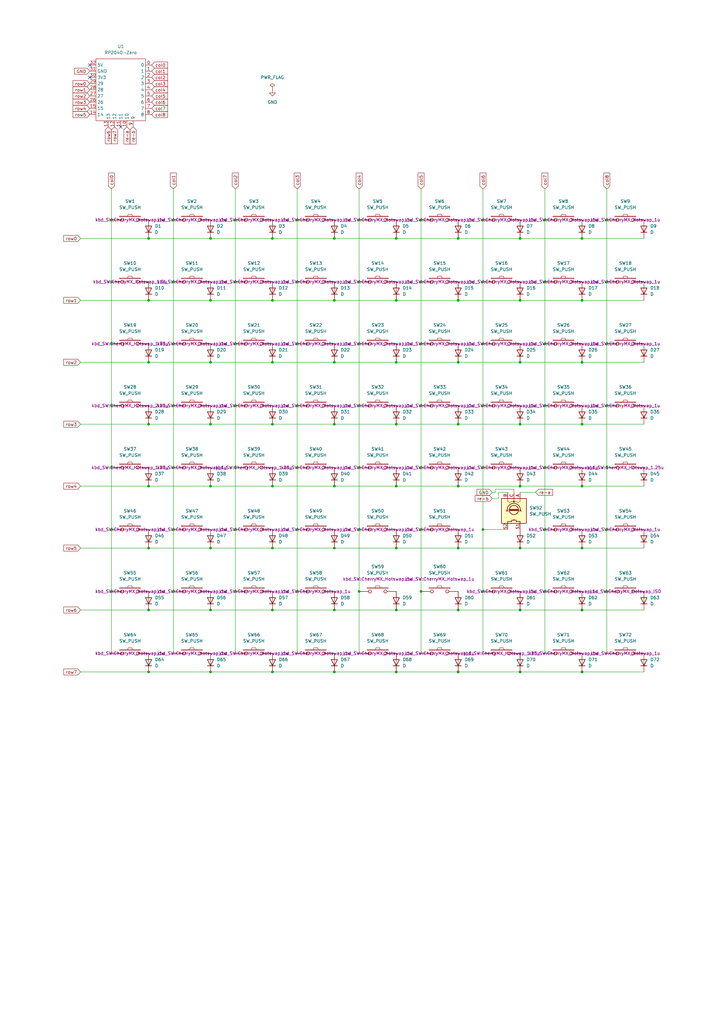
<source format=kicad_sch>
(kicad_sch (version 20231120) (generator "eeschema") (generator_version "8.0")
  (paper "A3" portrait)
  (junction (at 162.56 275.59))
  (junction (at 187.96 123.19))
  (junction (at 71.12 140.97))
  (junction (at 187.96 173.99))
  (junction (at 86.36 97.79))
  (junction (at 96.52 217.17))
  (junction (at 111.76 199.39))
  (junction (at 121.92 115.57))
  (junction (at 172.72 90.17))
  (junction (at 71.12 242.57))
  (junction (at 198.12 191.77))
  (junction (at 60.96 224.79))
  (junction (at 60.96 97.79))
  (junction (at 86.36 199.39))
  (junction (at 187.96 97.79))
  (junction (at 223.52 242.57))
  (junction (at 137.16 199.39))
  (junction (at 111.76 224.79))
  (junction (at 86.36 173.99))
  (junction (at 137.16 173.99))
  (junction (at 137.16 275.59))
  (junction (at 162.56 224.79))
  (junction (at 71.12 115.57))
  (junction (at 162.56 173.99))
  (junction (at 172.72 242.57))
  (junction (at 213.36 123.19))
  (junction (at 147.32 115.57))
  (junction (at 223.52 90.17))
  (junction (at 60.96 148.59))
  (junction (at 60.96 275.59))
  (junction (at 198.12 90.17))
  (junction (at 60.96 173.99))
  (junction (at 111.76 123.19))
  (junction (at 96.52 115.57))
  (junction (at 121.92 90.17))
  (junction (at 213.36 275.59))
  (junction (at 86.36 123.19))
  (junction (at 223.52 115.57))
  (junction (at 111.76 148.59))
  (junction (at 86.36 250.19))
  (junction (at 137.16 148.59))
  (junction (at 238.76 148.59))
  (junction (at 71.12 191.77))
  (junction (at 121.92 166.37))
  (junction (at 162.56 148.59))
  (junction (at 198.12 166.37))
  (junction (at 213.36 199.39))
  (junction (at 60.96 250.19))
  (junction (at 121.92 140.97))
  (junction (at 198.12 115.57))
  (junction (at 121.92 191.77))
  (junction (at 198.12 140.97))
  (junction (at 147.32 191.77))
  (junction (at 96.52 166.37))
  (junction (at 248.92 166.37))
  (junction (at 147.32 217.17))
  (junction (at 238.76 199.39))
  (junction (at 172.72 217.17))
  (junction (at 147.32 242.57))
  (junction (at 172.72 140.97))
  (junction (at 172.72 191.77))
  (junction (at 96.52 242.57))
  (junction (at 187.96 250.19))
  (junction (at 223.52 166.37))
  (junction (at 248.92 217.17))
  (junction (at 248.92 191.77))
  (junction (at 238.76 275.59))
  (junction (at 111.76 275.59))
  (junction (at 223.52 217.17))
  (junction (at 162.56 97.79))
  (junction (at 248.92 115.57))
  (junction (at 86.36 224.79))
  (junction (at 111.76 173.99))
  (junction (at 162.56 250.19))
  (junction (at 137.16 97.79))
  (junction (at 45.72 242.57))
  (junction (at 223.52 191.77))
  (junction (at 45.72 217.17))
  (junction (at 248.92 90.17))
  (junction (at 71.12 90.17))
  (junction (at 45.72 90.17))
  (junction (at 213.36 173.99))
  (junction (at 96.52 140.97))
  (junction (at 187.96 199.39))
  (junction (at 238.76 97.79))
  (junction (at 187.96 275.59))
  (junction (at 71.12 166.37))
  (junction (at 147.32 166.37))
  (junction (at 223.52 140.97))
  (junction (at 121.92 242.57))
  (junction (at 162.56 123.19))
  (junction (at 121.92 217.17))
  (junction (at 45.72 166.37))
  (junction (at 198.12 242.57))
  (junction (at 238.76 224.79))
  (junction (at 238.76 173.99))
  (junction (at 111.76 97.79))
  (junction (at 60.96 199.39))
  (junction (at 248.92 140.97))
  (junction (at 198.12 217.17))
  (junction (at 213.36 148.59))
  (junction (at 86.36 275.59))
  (junction (at 213.36 97.79))
  (junction (at 71.12 217.17))
  (junction (at 137.16 123.19))
  (junction (at 238.76 123.19))
  (junction (at 111.76 250.19))
  (junction (at 172.72 115.57))
  (junction (at 96.52 191.77))
  (junction (at 213.36 224.79))
  (junction (at 147.32 140.97))
  (junction (at 162.56 199.39))
  (junction (at 137.16 224.79))
  (junction (at 187.96 148.59))
  (junction (at 238.76 250.19))
  (junction (at 45.72 191.77))
  (junction (at 248.92 242.57))
  (junction (at 45.72 115.57))
  (junction (at 45.72 140.97))
  (junction (at 137.16 250.19))
  (junction (at 187.96 224.79))
  (junction (at 172.72 166.37))
  (junction (at 96.52 90.17))
  (junction (at 213.36 250.19))
  (junction (at 86.36 148.59))
  (junction (at 147.32 90.17))
  (junction (at 60.96 123.19))
  (no_connect (at 49.53 52.07))
  (no_connect (at 36.83 31.75))
  (no_connect (at 36.83 26.67))
  (wire (pts (xy 147.32 191.77) (xy 147.32 217.17)))
  (wire (pts (xy 111.76 97.79) (xy 137.16 97.79)))
  (wire (pts (xy 60.96 199.39) (xy 86.36 199.39)))
  (wire (pts (xy 121.92 217.17) (xy 121.92 242.57)))
  (wire (pts (xy 86.36 224.79) (xy 111.76 224.79)))
  (wire (pts (xy 204.47 204.47) (xy 204.47 201.93)))
  (wire (pts (xy 210.82 200.66) (xy 210.82 201.93)))
  (wire (pts (xy 238.76 250.19) (xy 264.16 250.19)))
  (wire (pts (xy 137.16 199.39) (xy 162.56 199.39)))
  (wire (pts (xy 172.72 90.17) (xy 172.72 115.57)))
  (wire (pts (xy 86.36 199.39) (xy 111.76 199.39)))
  (wire (pts (xy 96.52 77.47) (xy 96.52 90.17)))
  (wire (pts (xy 172.72 115.57) (xy 172.72 140.97)))
  (wire (pts (xy 147.32 242.57) (xy 147.32 267.97)))
  (wire (pts (xy 223.52 77.47) (xy 223.52 90.17)))
  (wire (pts (xy 137.16 224.79) (xy 162.56 224.79)))
  (wire (pts (xy 147.32 140.97) (xy 147.32 166.37)))
  (wire (pts (xy 172.72 77.47) (xy 172.72 90.17)))
  (wire (pts (xy 213.36 224.79) (xy 238.76 224.79)))
  (wire (pts (xy 147.32 90.17) (xy 147.32 115.57)))
  (wire (pts (xy 162.56 97.79) (xy 187.96 97.79)))
  (wire (pts (xy 121.92 140.97) (xy 121.92 166.37)))
  (wire (pts (xy 172.72 140.97) (xy 172.72 166.37)))
  (wire (pts (xy 213.36 148.59) (xy 238.76 148.59)))
  (wire (pts (xy 147.32 217.17) (xy 147.32 242.57)))
  (wire (pts (xy 137.16 148.59) (xy 162.56 148.59)))
  (wire (pts (xy 96.52 140.97) (xy 96.52 166.37)))
  (wire (pts (xy 201.93 204.47) (xy 204.47 204.47)))
  (wire (pts (xy 60.96 173.99) (xy 86.36 173.99)))
  (wire (pts (xy 223.52 166.37) (xy 223.52 191.77)))
  (wire (pts (xy 96.52 166.37) (xy 96.52 191.77)))
  (wire (pts (xy 198.12 115.57) (xy 198.12 140.97)))
  (wire (pts (xy 96.52 115.57) (xy 96.52 140.97)))
  (wire (pts (xy 71.12 115.57) (xy 71.12 140.97)))
  (wire (pts (xy 111.76 224.79) (xy 137.16 224.79)))
  (wire (pts (xy 248.92 217.17) (xy 248.92 242.57)))
  (wire (pts (xy 71.12 140.97) (xy 71.12 166.37)))
  (wire (pts (xy 187.96 199.39) (xy 213.36 199.39)))
  (wire (pts (xy 203.2 200.66) (xy 210.82 200.66)))
  (wire (pts (xy 238.76 224.79) (xy 264.16 224.79)))
  (wire (pts (xy 60.96 275.59) (xy 86.36 275.59)))
  (wire (pts (xy 204.47 201.93) (xy 208.28 201.93)))
  (wire (pts (xy 187.96 250.19) (xy 213.36 250.19)))
  (wire (pts (xy 60.96 148.59) (xy 86.36 148.59)))
  (wire (pts (xy 223.52 242.57) (xy 223.52 267.97)))
  (wire (pts (xy 121.92 90.17) (xy 121.92 115.57)))
  (wire (pts (xy 162.56 199.39) (xy 187.96 199.39)))
  (wire (pts (xy 33.02 275.59) (xy 60.96 275.59)))
  (wire (pts (xy 187.96 97.79) (xy 213.36 97.79)))
  (wire (pts (xy 45.72 77.47) (xy 45.72 90.17)))
  (wire (pts (xy 223.52 90.17) (xy 223.52 115.57)))
  (wire (pts (xy 45.72 90.17) (xy 45.72 115.57)))
  (wire (pts (xy 33.02 123.19) (xy 60.96 123.19)))
  (wire (pts (xy 121.92 77.47) (xy 121.92 90.17)))
  (wire (pts (xy 111.76 123.19) (xy 137.16 123.19)))
  (wire (pts (xy 111.76 148.59) (xy 137.16 148.59)))
  (wire (pts (xy 60.96 224.79) (xy 86.36 224.79)))
  (wire (pts (xy 147.32 115.57) (xy 147.32 140.97)))
  (wire (pts (xy 121.92 166.37) (xy 121.92 191.77)))
  (wire (pts (xy 86.36 275.59) (xy 111.76 275.59)))
  (wire (pts (xy 86.36 148.59) (xy 111.76 148.59)))
  (wire (pts (xy 203.2 201.93) (xy 203.2 200.66)))
  (wire (pts (xy 33.02 148.59) (xy 60.96 148.59)))
  (wire (pts (xy 248.92 140.97) (xy 248.92 166.37)))
  (wire (pts (xy 248.92 242.57) (xy 248.92 267.97)))
  (wire (pts (xy 187.96 224.79) (xy 213.36 224.79)))
  (wire (pts (xy 198.12 242.57) (xy 198.12 267.97)))
  (wire (pts (xy 162.56 123.19) (xy 187.96 123.19)))
  (wire (pts (xy 33.02 97.79) (xy 60.96 97.79)))
  (wire (pts (xy 71.12 242.57) (xy 71.12 267.97)))
  (wire (pts (xy 137.16 97.79) (xy 162.56 97.79)))
  (wire (pts (xy 137.16 123.19) (xy 162.56 123.19)))
  (wire (pts (xy 60.96 250.19) (xy 86.36 250.19)))
  (wire (pts (xy 172.72 191.77) (xy 172.72 217.17)))
  (wire (pts (xy 172.72 242.57) (xy 172.72 267.97)))
  (wire (pts (xy 198.12 140.97) (xy 198.12 166.37)))
  (wire (pts (xy 198.12 191.77) (xy 198.12 217.17)))
  (wire (pts (xy 198.12 166.37) (xy 198.12 191.77)))
  (wire (pts (xy 223.52 191.77) (xy 223.52 217.17)))
  (wire (pts (xy 86.36 173.99) (xy 111.76 173.99)))
  (wire (pts (xy 198.12 90.17) (xy 198.12 115.57)))
  (wire (pts (xy 238.76 123.19) (xy 264.16 123.19)))
  (wire (pts (xy 60.96 97.79) (xy 86.36 97.79)))
  (wire (pts (xy 187.96 275.59) (xy 213.36 275.59)))
  (wire (pts (xy 213.36 199.39) (xy 238.76 199.39)))
  (wire (pts (xy 86.36 123.19) (xy 111.76 123.19)))
  (wire (pts (xy 213.36 173.99) (xy 238.76 173.99)))
  (wire (pts (xy 121.92 242.57) (xy 121.92 267.97)))
  (wire (pts (xy 238.76 148.59) (xy 264.16 148.59)))
  (wire (pts (xy 198.12 77.47) (xy 198.12 90.17)))
  (wire (pts (xy 223.52 140.97) (xy 223.52 166.37)))
  (wire (pts (xy 71.12 90.17) (xy 71.12 115.57)))
  (wire (pts (xy 213.36 97.79) (xy 238.76 97.79)))
  (wire (pts (xy 96.52 242.57) (xy 96.52 267.97)))
  (wire (pts (xy 111.76 275.59) (xy 137.16 275.59)))
  (wire (pts (xy 45.72 217.17) (xy 45.72 242.57)))
  (wire (pts (xy 45.72 191.77) (xy 45.72 217.17)))
  (wire (pts (xy 198.12 217.17) (xy 198.12 242.57)))
  (wire (pts (xy 137.16 275.59) (xy 162.56 275.59)))
  (wire (pts (xy 162.56 148.59) (xy 187.96 148.59)))
  (wire (pts (xy 86.36 250.19) (xy 111.76 250.19)))
  (wire (pts (xy 33.02 173.99) (xy 60.96 173.99)))
  (wire (pts (xy 96.52 217.17) (xy 96.52 242.57)))
  (wire (pts (xy 147.32 166.37) (xy 147.32 191.77)))
  (wire (pts (xy 187.96 148.59) (xy 213.36 148.59)))
  (wire (pts (xy 248.92 77.47) (xy 248.92 90.17)))
  (wire (pts (xy 71.12 166.37) (xy 71.12 191.77)))
  (wire (pts (xy 33.02 250.19) (xy 60.96 250.19)))
  (wire (pts (xy 162.56 224.79) (xy 187.96 224.79)))
  (wire (pts (xy 213.36 275.59) (xy 238.76 275.59)))
  (wire (pts (xy 147.32 77.47) (xy 147.32 90.17)))
  (wire (pts (xy 248.92 191.77) (xy 248.92 217.17)))
  (wire (pts (xy 198.12 217.17) (xy 208.28 217.17)))
  (wire (pts (xy 187.96 173.99) (xy 213.36 173.99)))
  (wire (pts (xy 111.76 199.39) (xy 137.16 199.39)))
  (wire (pts (xy 213.36 201.93) (xy 219.71 201.93)))
  (wire (pts (xy 238.76 97.79) (xy 264.16 97.79)))
  (wire (pts (xy 33.02 224.79) (xy 60.96 224.79)))
  (wire (pts (xy 33.02 199.39) (xy 60.96 199.39)))
  (wire (pts (xy 213.36 123.19) (xy 238.76 123.19)))
  (wire (pts (xy 60.96 123.19) (xy 86.36 123.19)))
  (wire (pts (xy 86.36 97.79) (xy 111.76 97.79)))
  (wire (pts (xy 96.52 90.17) (xy 96.52 115.57)))
  (wire (pts (xy 172.72 166.37) (xy 172.72 191.77)))
  (wire (pts (xy 238.76 199.39) (xy 264.16 199.39)))
  (wire (pts (xy 162.56 173.99) (xy 187.96 173.99)))
  (wire (pts (xy 248.92 166.37) (xy 248.92 191.77)))
  (wire (pts (xy 45.72 140.97) (xy 45.72 166.37)))
  (wire (pts (xy 238.76 275.59) (xy 264.16 275.59)))
  (wire (pts (xy 45.72 166.37) (xy 45.72 191.77)))
  (wire (pts (xy 162.56 250.19) (xy 187.96 250.19)))
  (wire (pts (xy 71.12 191.77) (xy 71.12 217.17)))
  (wire (pts (xy 172.72 217.17) (xy 172.72 242.57)))
  (wire (pts (xy 45.72 115.57) (xy 45.72 140.97)))
  (wire (pts (xy 248.92 115.57) (xy 248.92 140.97)))
  (wire (pts (xy 162.56 275.59) (xy 187.96 275.59)))
  (wire (pts (xy 71.12 77.47) (xy 71.12 90.17)))
  (wire (pts (xy 45.72 242.57) (xy 45.72 267.97)))
  (wire (pts (xy 248.92 90.17) (xy 248.92 115.57)))
  (wire (pts (xy 121.92 191.77) (xy 121.92 217.17)))
  (wire (pts (xy 111.76 173.99) (xy 137.16 173.99)))
  (wire (pts (xy 223.52 115.57) (xy 223.52 140.97)))
  (wire (pts (xy 187.96 123.19) (xy 213.36 123.19)))
  (wire (pts (xy 71.12 217.17) (xy 71.12 242.57)))
  (wire (pts (xy 238.76 173.99) (xy 264.16 173.99)))
  (wire (pts (xy 201.93 201.93) (xy 203.2 201.93)))
  (wire (pts (xy 223.52 217.17) (xy 223.52 242.57)))
  (wire (pts (xy 121.92 115.57) (xy 121.92 140.97)))
  (wire (pts (xy 96.52 191.77) (xy 96.52 217.17)))
  (wire (pts (xy 213.36 250.19) (xy 238.76 250.19)))
  (wire (pts (xy 137.16 173.99) (xy 162.56 173.99)))
  (wire (pts (xy 111.76 250.19) (xy 137.16 250.19)))
  (wire (pts (xy 137.16 250.19) (xy 162.56 250.19)))
  (global_label "row6" (shape input) (at 44.45 52.07 270) (property "Intersheetrefs" "${INTERSHEET_REFS}" (effects (hide yes))))
  (global_label "row3" (shape input) (at 33.02 173.99 180) (property "Intersheetrefs" "${INTERSHEET_REFS}" (effects (hide yes))))
  (global_label "col4" (shape input) (at 62.23 36.83 0) (property "Intersheetrefs" "${INTERSHEET_REFS}" (effects (hide yes))))
  (global_label "col5" (shape input) (at 172.72 77.47 90) (property "Intersheetrefs" "${INTERSHEET_REFS}" (effects (hide yes))))
  (global_label "row4" (shape input) (at 36.83 44.45 180) (property "Intersheetrefs" "${INTERSHEET_REFS}" (effects (hide yes))))
  (global_label "col6" (shape input) (at 62.23 41.91 0) (property "Intersheetrefs" "${INTERSHEET_REFS}" (effects (hide yes))))
  (global_label "row0" (shape input) (at 33.02 97.79 180) (property "Intersheetrefs" "${INTERSHEET_REFS}" (effects (hide yes))))
  (global_label "col1" (shape input) (at 71.12 77.47 90) (property "Intersheetrefs" "${INTERSHEET_REFS}" (effects (hide yes))))
  (global_label "row2" (shape input) (at 33.02 148.59 180) (property "Intersheetrefs" "${INTERSHEET_REFS}" (effects (hide yes))))
  (global_label "col0" (shape input) (at 45.72 77.47 90) (property "Intersheetrefs" "${INTERSHEET_REFS}" (effects (hide yes))))
  (global_label "col5" (shape input) (at 62.23 39.37 0) (property "Intersheetrefs" "${INTERSHEET_REFS}" (effects (hide yes))))
  (global_label "row7" (shape input) (at 46.99 52.07 270) (property "Intersheetrefs" "${INTERSHEET_REFS}" (effects (hide yes))))
  (global_label "col0" (shape input) (at 62.23 26.67 0) (property "Intersheetrefs" "${INTERSHEET_REFS}" (effects (hide yes))))
  (global_label "GND" (shape input) (at 36.83 29.21 180) (property "Intersheetrefs" "${INTERSHEET_REFS}" (effects (hide yes))))
  (global_label "col8" (shape input) (at 248.92 77.47 90) (property "Intersheetrefs" "${INTERSHEET_REFS}" (effects (hide yes))))
  (global_label "col1" (shape input) (at 62.23 29.21 0) (property "Intersheetrefs" "${INTERSHEET_REFS}" (effects (hide yes))))
  (global_label "col8" (shape input) (at 62.23 46.99 0) (property "Intersheetrefs" "${INTERSHEET_REFS}" (effects (hide yes))))
  (global_label "row6" (shape input) (at 33.02 250.19 180) (property "Intersheetrefs" "${INTERSHEET_REFS}" (effects (hide yes))))
  (global_label "row3" (shape input) (at 36.83 41.91 180) (property "Intersheetrefs" "${INTERSHEET_REFS}" (effects (hide yes))))
  (global_label "row0" (shape input) (at 36.83 34.29 180) (property "Intersheetrefs" "${INTERSHEET_REFS}" (effects (hide yes))))
  (global_label "re-a" (shape input) (at 52.07 52.07 270) (property "Intersheetrefs" "${INTERSHEET_REFS}" (effects (hide yes))))
  (global_label "col2" (shape input) (at 62.23 31.75 0) (property "Intersheetrefs" "${INTERSHEET_REFS}" (effects (hide yes))))
  (global_label "col4" (shape input) (at 147.32 77.47 90) (property "Intersheetrefs" "${INTERSHEET_REFS}" (effects (hide yes))))
  (global_label "re-a" (shape input) (at 219.71 201.93 0) (property "Intersheetrefs" "${INTERSHEET_REFS}" (effects (hide yes))))
  (global_label "row5" (shape input) (at 36.83 46.99 180) (property "Intersheetrefs" "${INTERSHEET_REFS}" (effects (hide yes))))
  (global_label "row2" (shape input) (at 36.83 39.37 180) (property "Intersheetrefs" "${INTERSHEET_REFS}" (effects (hide yes))))
  (global_label "row4" (shape input) (at 33.02 199.39 180) (property "Intersheetrefs" "${INTERSHEET_REFS}" (effects (hide yes))))
  (global_label "row1" (shape input) (at 33.02 123.19 180) (property "Intersheetrefs" "${INTERSHEET_REFS}" (effects (hide yes))))
  (global_label "col7" (shape input) (at 223.52 77.47 90) (property "Intersheetrefs" "${INTERSHEET_REFS}" (effects (hide yes))))
  (global_label "col6" (shape input) (at 198.12 77.47 90) (property "Intersheetrefs" "${INTERSHEET_REFS}" (effects (hide yes))))
  (global_label "col3" (shape input) (at 121.92 77.47 90) (property "Intersheetrefs" "${INTERSHEET_REFS}" (effects (hide yes))))
  (global_label "col2" (shape input) (at 96.52 77.47 90) (property "Intersheetrefs" "${INTERSHEET_REFS}" (effects (hide yes))))
  (global_label "re-b" (shape input) (at 54.61 52.07 270) (property "Intersheetrefs" "${INTERSHEET_REFS}" (effects (hide yes))))
  (global_label "row1" (shape input) (at 36.83 36.83 180) (property "Intersheetrefs" "${INTERSHEET_REFS}" (effects (hide yes))))
  (global_label "GND" (shape input) (at 201.93 201.93 180) (property "Intersheetrefs" "${INTERSHEET_REFS}" (effects (hide yes))))
  (global_label "re-b" (shape input) (at 201.93 204.47 180) (property "Intersheetrefs" "${INTERSHEET_REFS}" (effects (hide yes))))
  (global_label "col7" (shape input) (at 62.23 44.45 0) (property "Intersheetrefs" "${INTERSHEET_REFS}" (effects (hide yes))))
  (global_label "row7" (shape input) (at 33.02 275.59 180) (property "Intersheetrefs" "${INTERSHEET_REFS}" (effects (hide yes))))
  (global_label "row5" (shape input) (at 33.02 224.79 180) (property "Intersheetrefs" "${INTERSHEET_REFS}" (effects (hide yes))))
  (global_label "col3" (shape input) (at 62.23 34.29 0) (property "Intersheetrefs" "${INTERSHEET_REFS}" (effects (hide yes))))
  (symbol (lib_id "kbd:SW_PUSH") (at 180.34 115.57 0) (unit 1)
    (property "Reference" "SW15" (at 180.34 107.95 0))
    (property "Value" "SW_PUSH" (at 180.34 110.49 0))
    (property "Footprint" "kbd_SW:CherryMX_Hotswap_1u" (at 180.34 115.57 0))
  )
  (symbol (lib_id "Device:D") (at 187.96 220.98 90) (unit 1)
    (property "Reference" "D51" (at 190.5 219.7099 90) (effects (justify right)))
    (property "Value" "D" (at 190.5 222.2499 90) (effects (justify right)))
    (property "Footprint" "kbd_Parts:Diode_TH_SMD" (effects (hide yes)))
    (property "Description" "Diode" (effects (hide yes)))
    (property "Sim.Device" "D" (effects (hide yes)))
    (property "Sim.Pins" "1=K 2=A" (effects (hide yes)))
  )
  (symbol (lib_id "kbd:SW_PUSH") (at 104.14 166.37 0) (unit 1)
    (property "Reference" "SW30" (at 104.14 158.75 0))
    (property "Value" "SW_PUSH" (at 104.14 161.29 0))
    (property "Footprint" "kbd_SW:CherryMX_Hotswap_1u" (at 104.14 166.37 0))
  )
  (symbol (lib_id "kbd:SW_PUSH") (at 180.34 166.37 0) (unit 1)
    (property "Reference" "SW33" (at 180.34 158.75 0))
    (property "Value" "SW_PUSH" (at 180.34 161.29 0))
    (property "Footprint" "kbd_SW:CherryMX_Hotswap_1u" (at 180.34 166.37 0))
  )
  (symbol (lib_id "kbd:SW_PUSH") (at 53.34 242.57 0) (unit 1)
    (property "Reference" "SW55" (at 53.34 234.95 0))
    (property "Value" "SW_PUSH" (at 53.34 237.49 0))
    (property "Footprint" "kbd_SW:CherryMX_Hotswap_1u" (at 53.34 242.57 0))
  )
  (symbol (lib_id "Device:D") (at 162.56 144.78 90) (unit 1)
    (property "Reference" "D23" (at 165.1 143.5099 90) (effects (justify right)))
    (property "Value" "D" (at 165.1 146.0499 90) (effects (justify right)))
    (property "Footprint" "kbd_Parts:Diode_TH_SMD" (effects (hide yes)))
    (property "Description" "Diode" (effects (hide yes)))
    (property "Sim.Device" "D" (effects (hide yes)))
    (property "Sim.Pins" "1=K 2=A" (effects (hide yes)))
  )
  (symbol (lib_id "Device:D") (at 238.76 144.78 90) (unit 1)
    (property "Reference" "D26" (at 241.3 143.5099 90) (effects (justify right)))
    (property "Value" "D" (at 241.3 146.0499 90) (effects (justify right)))
    (property "Footprint" "kbd_Parts:Diode_TH_SMD" (effects (hide yes)))
    (property "Description" "Diode" (effects (hide yes)))
    (property "Sim.Device" "D" (effects (hide yes)))
    (property "Sim.Pins" "1=K 2=A" (effects (hide yes)))
  )
  (symbol (lib_id "Device:D") (at 213.36 93.98 90) (unit 1)
    (property "Reference" "D7" (at 215.9 92.7099 90) (effects (justify right)))
    (property "Value" "D" (at 215.9 95.2499 90) (effects (justify right)))
    (property "Footprint" "kbd_Parts:Diode_TH_SMD" (effects (hide yes)))
    (property "Description" "Diode" (effects (hide yes)))
    (property "Sim.Device" "D" (effects (hide yes)))
    (property "Sim.Pins" "1=K 2=A" (effects (hide yes)))
  )
  (symbol (lib_id "kbd:SW_PUSH") (at 53.34 140.97 0) (unit 1)
    (property "Reference" "SW19" (at 53.34 133.35 0))
    (property "Value" "SW_PUSH" (at 53.34 135.89 0))
    (property "Footprint" "kbd_SW:CherryMX_Hotswap_1.75u" (at 53.34 140.97 0))
  )
  (symbol (lib_id "Device:D") (at 264.16 246.38 90) (unit 1)
    (property "Reference" "D63" (at 266.7 245.1099 90) (effects (justify right)))
    (property "Value" "D" (at 266.7 247.6499 90) (effects (justify right)))
    (property "Footprint" "kbd_Parts:Diode_TH_SMD" (effects (hide yes)))
    (property "Description" "Diode" (effects (hide yes)))
    (property "Sim.Device" "D" (effects (hide yes)))
    (property "Sim.Pins" "1=K 2=A" (effects (hide yes)))
  )
  (symbol (lib_id "kbd:SW_PUSH") (at 256.54 90.17 0) (unit 1)
    (property "Reference" "SW9" (at 256.54 82.55 0))
    (property "Value" "SW_PUSH" (at 256.54 85.09 0))
    (property "Footprint" "kbd_SW:CherryMX_Hotswap_1u" (at 256.54 90.17 0))
  )
  (symbol (lib_id "kbd:SW_PUSH") (at 104.14 242.57 0) (unit 1)
    (property "Reference" "SW57" (at 104.14 234.95 0))
    (property "Value" "SW_PUSH" (at 104.14 237.49 0))
    (property "Footprint" "kbd_SW:CherryMX_Hotswap_1u" (at 104.14 242.57 0))
  )
  (symbol (lib_id "kbd:SW_PUSH") (at 231.14 191.77 0) (unit 1)
    (property "Reference" "SW44" (at 231.14 184.15 0))
    (property "Value" "SW_PUSH" (at 231.14 186.69 0))
    (property "Footprint" "kbd_SW:CherryMX_Hotswap_1u" (at 231.14 191.77 0))
  )
  (symbol (lib_id "kbd:SW_PUSH") (at 180.34 267.97 0) (unit 1)
    (property "Reference" "SW69" (at 180.34 260.35 0))
    (property "Value" "SW_PUSH" (at 180.34 262.89 0))
    (property "Footprint" "kbd_SW:CherryMX_Hotswap_1u" (at 180.34 267.97 0))
  )
  (symbol (lib_id "kbd:SW_PUSH") (at 231.14 242.57 0) (unit 1)
    (property "Reference" "SW62" (at 231.14 234.95 0))
    (property "Value" "SW_PUSH" (at 231.14 237.49 0))
    (property "Footprint" "kbd_SW:CherryMX_Hotswap_1u" (at 231.14 242.57 0))
  )
  (symbol (lib_id "Device:D") (at 213.36 170.18 90) (unit 1)
    (property "Reference" "D34" (at 215.9 168.9099 90) (effects (justify right)))
    (property "Value" "D" (at 215.9 171.4499 90) (effects (justify right)))
    (property "Footprint" "kbd_Parts:Diode_TH_SMD" (effects (hide yes)))
    (property "Description" "Diode" (effects (hide yes)))
    (property "Sim.Device" "D" (effects (hide yes)))
    (property "Sim.Pins" "1=K 2=A" (effects (hide yes)))
  )
  (symbol (lib_id "Device:D") (at 111.76 220.98 90) (unit 1)
    (property "Reference" "D48" (at 114.3 219.7099 90) (effects (justify right)))
    (property "Value" "D" (at 114.3 222.2499 90) (effects (justify right)))
    (property "Footprint" "kbd_Parts:Diode_TH_SMD" (effects (hide yes)))
    (property "Description" "Diode" (effects (hide yes)))
    (property "Sim.Device" "D" (effects (hide yes)))
    (property "Sim.Pins" "1=K 2=A" (effects (hide yes)))
  )
  (symbol (lib_id "kbd:SW_PUSH") (at 104.14 191.77 0) (unit 1)
    (property "Reference" "SW39" (at 104.14 184.15 0))
    (property "Value" "SW_PUSH" (at 104.14 186.69 0))
    (property "Footprint" "kbd_SW:CherryMX_Hotswap_1.25u" (at 104.14 191.77 0))
  )
  (symbol (lib_id "Device:D") (at 86.36 144.78 90) (unit 1)
    (property "Reference" "D20" (at 88.9 143.5099 90) (effects (justify right)))
    (property "Value" "D" (at 88.9 146.0499 90) (effects (justify right)))
    (property "Footprint" "kbd_Parts:Diode_TH_SMD" (effects (hide yes)))
    (property "Description" "Diode" (effects (hide yes)))
    (property "Sim.Device" "D" (effects (hide yes)))
    (property "Sim.Pins" "1=K 2=A" (effects (hide yes)))
  )
  (symbol (lib_id "kbd:SW_PUSH") (at 104.14 115.57 0) (unit 1)
    (property "Reference" "SW12" (at 104.14 107.95 0))
    (property "Value" "SW_PUSH" (at 104.14 110.49 0))
    (property "Footprint" "kbd_SW:CherryMX_Hotswap_1u" (at 104.14 115.57 0))
  )
  (symbol (lib_id "isw-mcu:RP2040-Zero") (at 49.53 36.83 0) (unit 1)
    (property "Reference" "U1" (at 49.53 19.05 0))
    (property "Value" "RP2040-Zero" (at 49.53 21.59 0))
    (property "Footprint" "isw-kbd:RP2040-Zero-THT" (effects (hide yes)))
  )
  (symbol (lib_id "Device:D") (at 111.76 119.38 90) (unit 1)
    (property "Reference" "D12" (at 114.3 118.1099 90) (effects (justify right)))
    (property "Value" "D" (at 114.3 120.6499 90) (effects (justify right)))
    (property "Footprint" "kbd_Parts:Diode_TH_SMD" (effects (hide yes)))
    (property "Description" "Diode" (effects (hide yes)))
    (property "Sim.Device" "D" (effects (hide yes)))
    (property "Sim.Pins" "1=K 2=A" (effects (hide yes)))
  )
  (symbol (lib_id "kbd:SW_PUSH") (at 53.34 191.77 0) (unit 1)
    (property "Reference" "SW37" (at 53.34 184.15 0))
    (property "Value" "SW_PUSH" (at 53.34 186.69 0))
    (property "Footprint" "kbd_SW:CherryMX_Hotswap_1.25u" (at 53.34 191.77 0))
  )
  (symbol (lib_id "kbd:SW_PUSH") (at 154.94 90.17 0) (unit 1)
    (property "Reference" "SW5" (at 154.94 82.55 0))
    (property "Value" "SW_PUSH" (at 154.94 85.09 0))
    (property "Footprint" "kbd_SW:CherryMX_Hotswap_1u" (at 154.94 90.17 0))
  )
  (symbol (lib_id "kbd:SW_PUSH") (at 256.54 191.77 0) (unit 1)
    (property "Reference" "SW45" (at 256.54 184.15 0))
    (property "Value" "SW_PUSH" (at 256.54 186.69 0))
    (property "Footprint" "kbd_SW:CherryMX_Hotswap_1.25u" (at 256.54 191.77 0))
  )
  (symbol (lib_id "Device:D") (at 264.16 271.78 90) (unit 1)
    (property "Reference" "D72" (at 266.7 270.5099 90) (effects (justify right)))
    (property "Value" "D" (at 266.7 273.0499 90) (effects (justify right)))
    (property "Footprint" "kbd_Parts:Diode_TH_SMD" (effects (hide yes)))
    (property "Description" "Diode" (effects (hide yes)))
    (property "Sim.Device" "D" (effects (hide yes)))
    (property "Sim.Pins" "1=K 2=A" (effects (hide yes)))
  )
  (symbol (lib_id "Device:D") (at 162.56 195.58 90) (unit 1)
    (property "Reference" "D41" (at 165.1 194.3099 90) (effects (justify right)))
    (property "Value" "D" (at 165.1 196.8499 90) (effects (justify right)))
    (property "Footprint" "kbd_Parts:Diode_TH_SMD" (effects (hide yes)))
    (property "Description" "Diode" (effects (hide yes)))
    (property "Sim.Device" "D" (effects (hide yes)))
    (property "Sim.Pins" "1=K 2=A" (effects (hide yes)))
  )
  (symbol (lib_id "kbd:SW_PUSH") (at 78.74 191.77 0) (unit 1)
    (property "Reference" "SW38" (at 78.74 184.15 0))
    (property "Value" "SW_PUSH" (at 78.74 186.69 0))
    (property "Footprint" "kbd_SW:CherryMX_Hotswap_1u" (at 78.74 191.77 0))
  )
  (symbol (lib_id "Device:D") (at 137.16 119.38 90) (unit 1)
    (property "Reference" "D13" (at 139.7 118.1099 90) (effects (justify right)))
    (property "Value" "D" (at 139.7 120.6499 90) (effects (justify right)))
    (property "Footprint" "kbd_Parts:Diode_TH_SMD" (effects (hide yes)))
    (property "Description" "Diode" (effects (hide yes)))
    (property "Sim.Device" "D" (effects (hide yes)))
    (property "Sim.Pins" "1=K 2=A" (effects (hide yes)))
  )
  (symbol (lib_id "kbd:SW_PUSH") (at 154.94 166.37 0) (unit 1)
    (property "Reference" "SW32" (at 154.94 158.75 0))
    (property "Value" "SW_PUSH" (at 154.94 161.29 0))
    (property "Footprint" "kbd_SW:CherryMX_Hotswap_1u" (at 154.94 166.37 0))
  )
  (symbol (lib_id "kbd:SW_PUSH") (at 205.74 140.97 0) (unit 1)
    (property "Reference" "SW25" (at 205.74 133.35 0))
    (property "Value" "SW_PUSH" (at 205.74 135.89 0))
    (property "Footprint" "kbd_SW:CherryMX_Hotswap_1u" (at 205.74 140.97 0))
  )
  (symbol (lib_id "Device:D") (at 264.16 195.58 90) (unit 1)
    (property "Reference" "D45" (at 266.7 194.3099 90) (effects (justify right)))
    (property "Value" "D" (at 266.7 196.8499 90) (effects (justify right)))
    (property "Footprint" "kbd_Parts:Diode_TH_SMD" (effects (hide yes)))
    (property "Description" "Diode" (effects (hide yes)))
    (property "Sim.Device" "D" (effects (hide yes)))
    (property "Sim.Pins" "1=K 2=A" (effects (hide yes)))
  )
  (symbol (lib_id "kbd:SW_PUSH") (at 231.14 166.37 0) (unit 1)
    (property "Reference" "SW35" (at 231.14 158.75 0))
    (property "Value" "SW_PUSH" (at 231.14 161.29 0))
    (property "Footprint" "kbd_SW:CherryMX_Hotswap_1u" (at 231.14 166.37 0))
  )
  (symbol (lib_id "Device:D") (at 60.96 93.98 90) (unit 1)
    (property "Reference" "D1" (at 63.5 92.7099 90) (effects (justify right)))
    (property "Value" "D" (at 63.5 95.2499 90) (effects (justify right)))
    (property "Footprint" "kbd_Parts:Diode_TH_SMD" (effects (hide yes)))
    (property "Description" "Diode" (effects (hide yes)))
    (property "Sim.Device" "D" (effects (hide yes)))
    (property "Sim.Pins" "1=K 2=A" (effects (hide yes)))
  )
  (symbol (lib_id "kbd:SW_PUSH") (at 231.14 217.17 0) (unit 1)
    (property "Reference" "SW53" (at 231.14 209.55 0))
    (property "Value" "SW_PUSH" (at 231.14 212.09 0))
    (property "Footprint" "kbd_SW:CherryMX_Hotswap_1u" (at 231.14 217.17 0))
  )
  (symbol (lib_id "Device:D") (at 86.36 246.38 90) (unit 1)
    (property "Reference" "D56" (at 88.9 245.1099 90) (effects (justify right)))
    (property "Value" "D" (at 88.9 247.6499 90) (effects (justify right)))
    (property "Footprint" "kbd_Parts:Diode_TH_SMD" (effects (hide yes)))
    (property "Description" "Diode" (effects (hide yes)))
    (property "Sim.Device" "D" (effects (hide yes)))
    (property "Sim.Pins" "1=K 2=A" (effects (hide yes)))
  )
  (symbol (lib_id "kbd:SW_PUSH") (at 53.34 115.57 0) (unit 1)
    (property "Reference" "SW10" (at 53.34 107.95 0))
    (property "Value" "SW_PUSH" (at 53.34 110.49 0))
    (property "Footprint" "kbd_SW:CherryMX_Hotswap_1.5u" (at 53.34 115.57 0))
  )
  (symbol (lib_id "kbd:SW_PUSH") (at 205.74 267.97 0) (unit 1)
    (property "Reference" "SW70" (at 205.74 260.35 0))
    (property "Value" "SW_PUSH" (at 205.74 262.89 0))
    (property "Footprint" "kbd_SW:CherryMX_Hotswap_1.25u" (at 205.74 267.97 0))
  )
  (symbol (lib_id "Device:D") (at 238.76 170.18 90) (unit 1)
    (property "Reference" "D35" (at 241.3 168.9099 90) (effects (justify right)))
    (property "Value" "D" (at 241.3 171.4499 90) (effects (justify right)))
    (property "Footprint" "kbd_Parts:Diode_TH_SMD" (effects (hide yes)))
    (property "Description" "Diode" (effects (hide yes)))
    (property "Sim.Device" "D" (effects (hide yes)))
    (property "Sim.Pins" "1=K 2=A" (effects (hide yes)))
  )
  (symbol (lib_id "kbd:SW_PUSH") (at 78.74 242.57 0) (unit 1)
    (property "Reference" "SW56" (at 78.74 234.95 0))
    (property "Value" "SW_PUSH" (at 78.74 237.49 0))
    (property "Footprint" "kbd_SW:CherryMX_Hotswap_1u" (at 78.74 242.57 0))
  )
  (symbol (lib_id "kbd:SW_PUSH") (at 180.34 191.77 0) (unit 1)
    (property "Reference" "SW42" (at 180.34 184.15 0))
    (property "Value" "SW_PUSH" (at 180.34 186.69 0))
    (property "Footprint" "kbd_SW:CherryMX_Hotswap_1u" (at 180.34 191.77 0))
  )
  (symbol (lib_id "kbd:SW_PUSH") (at 129.54 166.37 0) (unit 1)
    (property "Reference" "SW31" (at 129.54 158.75 0))
    (property "Value" "SW_PUSH" (at 129.54 161.29 0))
    (property "Footprint" "kbd_SW:CherryMX_Hotswap_1u" (at 129.54 166.37 0))
  )
  (symbol (lib_id "kbd:SW_PUSH") (at 129.54 140.97 0) (unit 1)
    (property "Reference" "SW22" (at 129.54 133.35 0))
    (property "Value" "SW_PUSH" (at 129.54 135.89 0))
    (property "Footprint" "kbd_SW:CherryMX_Hotswap_1u" (at 129.54 140.97 0))
  )
  (symbol (lib_id "Device:D") (at 60.96 246.38 90) (unit 1)
    (property "Reference" "D55" (at 63.5 245.1099 90) (effects (justify right)))
    (property "Value" "D" (at 63.5 247.6499 90) (effects (justify right)))
    (property "Footprint" "kbd_Parts:Diode_TH_SMD" (effects (hide yes)))
    (property "Description" "Diode" (effects (hide yes)))
    (property "Sim.Device" "D" (effects (hide yes)))
    (property "Sim.Pins" "1=K 2=A" (effects (hide yes)))
  )
  (symbol (lib_id "kbd:SW_PUSH") (at 231.14 267.97 0) (unit 1)
    (property "Reference" "SW71" (at 231.14 260.35 0))
    (property "Value" "SW_PUSH" (at 231.14 262.89 0))
    (property "Footprint" "kbd_SW:CherryMX_Hotswap_1u" (at 231.14 267.97 0))
  )
  (symbol (lib_id "Device:D") (at 111.76 170.18 90) (unit 1)
    (property "Reference" "D30" (at 114.3 168.9099 90) (effects (justify right)))
    (property "Value" "D" (at 114.3 171.4499 90) (effects (justify right)))
    (property "Footprint" "kbd_Parts:Diode_TH_SMD" (effects (hide yes)))
    (property "Description" "Diode" (effects (hide yes)))
    (property "Sim.Device" "D" (effects (hide yes)))
    (property "Sim.Pins" "1=K 2=A" (effects (hide yes)))
  )
  (symbol (lib_id "Device:RotaryEncoder_Switch") (at 210.82 209.55 270) (unit 1)
    (property "Reference" "SW52" (at 217.17 208.2799 90) (effects (justify left)))
    (property "Value" "SW_PUSH" (at 217.17 210.8199 90) (effects (justify left)))
    (property "Footprint" "kbd_Parts:RotaryEncoder_EC12E" (effects (hide yes)))
    (property "Description" "Rotary encoder, dual channel, incremental quadrate outputs, with switch" (effects (hide yes)))
  )
  (symbol (lib_id "kbd:SW_PUSH") (at 129.54 242.57 0) (unit 1)
    (property "Reference" "SW58" (at 129.54 234.95 0))
    (property "Value" "SW_PUSH" (at 129.54 237.49 0))
    (property "Footprint" "kbd_SW:CherryMX_Hotswap_1u" (at 129.54 242.57 0))
  )
  (symbol (lib_id "kbd:SW_PUSH") (at 104.14 267.97 0) (unit 1)
    (property "Reference" "SW66" (at 104.14 260.35 0))
    (property "Value" "SW_PUSH" (at 104.14 262.89 0))
    (property "Footprint" "kbd_SW:CherryMX_Hotswap_1u" (at 104.14 267.97 0))
  )
  (symbol (lib_id "kbd:SW_PUSH") (at 104.14 140.97 0) (unit 1)
    (property "Reference" "SW21" (at 104.14 133.35 0))
    (property "Value" "SW_PUSH" (at 104.14 135.89 0))
    (property "Footprint" "kbd_SW:CherryMX_Hotswap_1u" (at 104.14 140.97 0))
  )
  (symbol (lib_id "Device:D") (at 60.96 271.78 90) (unit 1)
    (property "Reference" "D64" (at 63.5 270.5099 90) (effects (justify right)))
    (property "Value" "D" (at 63.5 273.0499 90) (effects (justify right)))
    (property "Footprint" "kbd_Parts:Diode_TH_SMD" (effects (hide yes)))
    (property "Description" "Diode" (effects (hide yes)))
    (property "Sim.Device" "D" (effects (hide yes)))
    (property "Sim.Pins" "1=K 2=A" (effects (hide yes)))
  )
  (symbol (lib_id "Device:D") (at 86.36 119.38 90) (unit 1)
    (property "Reference" "D11" (at 88.9 118.1099 90) (effects (justify right)))
    (property "Value" "D" (at 88.9 120.6499 90) (effects (justify right)))
    (property "Footprint" "kbd_Parts:Diode_TH_SMD" (effects (hide yes)))
    (property "Description" "Diode" (effects (hide yes)))
    (property "Sim.Device" "D" (effects (hide yes)))
    (property "Sim.Pins" "1=K 2=A" (effects (hide yes)))
  )
  (symbol (lib_id "kbd:SW_PUSH") (at 53.34 166.37 0) (unit 1)
    (property "Reference" "SW28" (at 53.34 158.75 0))
    (property "Value" "SW_PUSH" (at 53.34 161.29 0))
    (property "Footprint" "kbd_SW:CherryMX_Hotswap_2.25u" (at 53.34 166.37 0))
  )
  (symbol (lib_id "kbd:SW_PUSH") (at 231.14 90.17 0) (unit 1)
    (property "Reference" "SW8" (at 231.14 82.55 0))
    (property "Value" "SW_PUSH" (at 231.14 85.09 0))
    (property "Footprint" "kbd_SW:CherryMX_Hotswap_1u" (at 231.14 90.17 0))
  )
  (symbol (lib_id "Device:D") (at 60.96 195.58 90) (unit 1)
    (property "Reference" "D37" (at 63.5 194.3099 90) (effects (justify right)))
    (property "Value" "D" (at 63.5 196.8499 90) (effects (justify right)))
    (property "Footprint" "kbd_Parts:Diode_TH_SMD" (effects (hide yes)))
    (property "Description" "Diode" (effects (hide yes)))
    (property "Sim.Device" "D" (effects (hide yes)))
    (property "Sim.Pins" "1=K 2=A" (effects (hide yes)))
  )
  (symbol (lib_id "Device:D") (at 187.96 144.78 90) (unit 1)
    (property "Reference" "D24" (at 190.5 143.5099 90) (effects (justify right)))
    (property "Value" "D" (at 190.5 146.0499 90) (effects (justify right)))
    (property "Footprint" "kbd_Parts:Diode_TH_SMD" (effects (hide yes)))
    (property "Description" "Diode" (effects (hide yes)))
    (property "Sim.Device" "D" (effects (hide yes)))
    (property "Sim.Pins" "1=K 2=A" (effects (hide yes)))
  )
  (symbol (lib_id "Device:D") (at 187.96 271.78 90) (unit 1)
    (property "Reference" "D69" (at 190.5 270.5099 90) (effects (justify right)))
    (property "Value" "D" (at 190.5 273.0499 90) (effects (justify right)))
    (property "Footprint" "kbd_Parts:Diode_TH_SMD" (effects (hide yes)))
    (property "Description" "Diode" (effects (hide yes)))
    (property "Sim.Device" "D" (effects (hide yes)))
    (property "Sim.Pins" "1=K 2=A" (effects (hide yes)))
  )
  (symbol (lib_id "kbd:SW_PUSH") (at 205.74 166.37 0) (unit 1)
    (property "Reference" "SW34" (at 205.74 158.75 0))
    (property "Value" "SW_PUSH" (at 205.74 161.29 0))
    (property "Footprint" "kbd_SW:CherryMX_Hotswap_1u" (at 205.74 166.37 0))
  )
  (symbol (lib_id "kbd:SW_PUSH") (at 53.34 267.97 0) (unit 1)
    (property "Reference" "SW64" (at 53.34 260.35 0))
    (property "Value" "SW_PUSH" (at 53.34 262.89 0))
    (property "Footprint" "kbd_SW:CherryMX_Hotswap_1u" (at 53.34 267.97 0))
  )
  (symbol (lib_id "Device:D") (at 238.76 271.78 90) (unit 1)
    (property "Reference" "D71" (at 241.3 270.5099 90) (effects (justify right)))
    (property "Value" "D" (at 241.3 273.0499 90) (effects (justify right)))
    (property "Footprint" "kbd_Parts:Diode_TH_SMD" (effects (hide yes)))
    (property "Description" "Diode" (effects (hide yes)))
    (property "Sim.Device" "D" (effects (hide yes)))
    (property "Sim.Pins" "1=K 2=A" (effects (hide yes)))
  )
  (symbol (lib_id "kbd:SW_PUSH") (at 129.54 90.17 0) (unit 1)
    (property "Reference" "SW4" (at 129.54 82.55 0))
    (property "Value" "SW_PUSH" (at 129.54 85.09 0))
    (property "Footprint" "kbd_SW:CherryMX_Hotswap_1u" (at 129.54 90.17 0))
  )
  (symbol (lib_id "Device:D") (at 111.76 246.38 90) (unit 1)
    (property "Reference" "D57" (at 114.3 245.1099 90) (effects (justify right)))
    (property "Value" "D" (at 114.3 247.6499 90) (effects (justify right)))
    (property "Footprint" "kbd_Parts:Diode_TH_SMD" (effects (hide yes)))
    (property "Description" "Diode" (effects (hide yes)))
    (property "Sim.Device" "D" (effects (hide yes)))
    (property "Sim.Pins" "1=K 2=A" (effects (hide yes)))
  )
  (symbol (lib_id "kbd:SW_PUSH") (at 78.74 166.37 0) (unit 1)
    (property "Reference" "SW29" (at 78.74 158.75 0))
    (property "Value" "SW_PUSH" (at 78.74 161.29 0))
    (property "Footprint" "kbd_SW:CherryMX_Hotswap_1u" (at 78.74 166.37 0))
  )
  (symbol (lib_id "Device:D") (at 60.96 119.38 90) (unit 1)
    (property "Reference" "D10" (at 63.5 118.1099 90) (effects (justify right)))
    (property "Value" "D" (at 63.5 120.6499 90) (effects (justify right)))
    (property "Footprint" "kbd_Parts:Diode_TH_SMD" (effects (hide yes)))
    (property "Description" "Diode" (effects (hide yes)))
    (property "Sim.Device" "D" (effects (hide yes)))
    (property "Sim.Pins" "1=K 2=A" (effects (hide yes)))
  )
  (symbol (lib_id "Device:D") (at 60.96 170.18 90) (unit 1)
    (property "Reference" "D28" (at 63.5 168.9099 90) (effects (justify right)))
    (property "Value" "D" (at 63.5 171.4499 90) (effects (justify right)))
    (property "Footprint" "kbd_Parts:Diode_TH_SMD" (effects (hide yes)))
    (property "Description" "Diode" (effects (hide yes)))
    (property "Sim.Device" "D" (effects (hide yes)))
    (property "Sim.Pins" "1=K 2=A" (effects (hide yes)))
  )
  (symbol (lib_id "Device:D") (at 213.36 246.38 90) (unit 1)
    (property "Reference" "D61" (at 215.9 245.1099 90) (effects (justify right)))
    (property "Value" "D" (at 215.9 247.6499 90) (effects (justify right)))
    (property "Footprint" "kbd_Parts:Diode_TH_SMD" (effects (hide yes)))
    (property "Description" "Diode" (effects (hide yes)))
    (property "Sim.Device" "D" (effects (hide yes)))
    (property "Sim.Pins" "1=K 2=A" (effects (hide yes)))
  )
  (symbol (lib_id "power:PWR_FLAG") (at 111.76 36.83 0) (unit 1)
    (property "Reference" "#FLG01" (effects (hide yes)))
    (property "Value" "PWR_FLAG" (at 111.76 31.75 0))
    (property "Description" "Special symbol for telling ERC where power comes from" (effects (hide yes)))
  )
  (symbol (lib_id "kbd:SW_PUSH") (at 256.54 217.17 0) (unit 1)
    (property "Reference" "SW54" (at 256.54 209.55 0))
    (property "Value" "SW_PUSH" (at 256.54 212.09 0))
    (property "Footprint" "kbd_SW:CherryMX_Hotswap_1u" (at 256.54 217.17 0))
  )
  (symbol (lib_id "Device:D") (at 137.16 195.58 90) (unit 1)
    (property "Reference" "D40" (at 139.7 194.3099 90) (effects (justify right)))
    (property "Value" "D" (at 139.7 196.8499 90) (effects (justify right)))
    (property "Footprint" "kbd_Parts:Diode_TH_SMD" (effects (hide yes)))
    (property "Description" "Diode" (effects (hide yes)))
    (property "Sim.Device" "D" (effects (hide yes)))
    (property "Sim.Pins" "1=K 2=A" (effects (hide yes)))
  )
  (symbol (lib_id "kbd:SW_PUSH") (at 78.74 217.17 0) (unit 1)
    (property "Reference" "SW47" (at 78.74 209.55 0))
    (property "Value" "SW_PUSH" (at 78.74 212.09 0))
    (property "Footprint" "kbd_SW:CherryMX_Hotswap_1u" (at 78.74 217.17 0))
  )
  (symbol (lib_id "Device:D") (at 162.56 93.98 90) (unit 1)
    (property "Reference" "D5" (at 165.1 92.7099 90) (effects (justify right)))
    (property "Value" "D" (at 165.1 95.2499 90) (effects (justify right)))
    (property "Footprint" "kbd_Parts:Diode_TH_SMD" (effects (hide yes)))
    (property "Description" "Diode" (effects (hide yes)))
    (property "Sim.Device" "D" (effects (hide yes)))
    (property "Sim.Pins" "1=K 2=A" (effects (hide yes)))
  )
  (symbol (lib_id "kbd:SW_PUSH") (at 180.34 217.17 0) (unit 1)
    (property "Reference" "SW51" (at 180.34 209.55 0))
    (property "Value" "SW_PUSH" (at 180.34 212.09 0))
    (property "Footprint" "kbd_SW:CherryMX_Hotswap_1u" (at 180.34 217.17 0))
  )
  (symbol (lib_id "kbd:SW_PUSH") (at 154.94 115.57 0) (unit 1)
    (property "Reference" "SW14" (at 154.94 107.95 0))
    (property "Value" "SW_PUSH" (at 154.94 110.49 0))
    (property "Footprint" "kbd_SW:CherryMX_Hotswap_1u" (at 154.94 115.57 0))
  )
  (symbol (lib_id "kbd:SW_PUSH") (at 154.94 140.97 0) (unit 1)
    (property "Reference" "SW23" (at 154.94 133.35 0))
    (property "Value" "SW_PUSH" (at 154.94 135.89 0))
    (property "Footprint" "kbd_SW:CherryMX_Hotswap_1u" (at 154.94 140.97 0))
  )
  (symbol (lib_id "Device:D") (at 213.36 195.58 90) (unit 1)
    (property "Reference" "D43" (at 215.9 194.3099 90) (effects (justify right)))
    (property "Value" "D" (at 215.9 196.8499 90) (effects (justify right)))
    (property "Footprint" "kbd_Parts:Diode_TH_SMD" (effects (hide yes)))
    (property "Description" "Diode" (effects (hide yes)))
    (property "Sim.Device" "D" (effects (hide yes)))
    (property "Sim.Pins" "1=K 2=A" (effects (hide yes)))
  )
  (symbol (lib_id "Device:D") (at 238.76 246.38 90) (unit 1)
    (property "Reference" "D62" (at 241.3 245.1099 90) (effects (justify right)))
    (property "Value" "D" (at 241.3 247.6499 90) (effects (justify right)))
    (property "Footprint" "kbd_Parts:Diode_TH_SMD" (effects (hide yes)))
    (property "Description" "Diode" (effects (hide yes)))
    (property "Sim.Device" "D" (effects (hide yes)))
    (property "Sim.Pins" "1=K 2=A" (effects (hide yes)))
  )
  (symbol (lib_id "kbd:SW_PUSH") (at 205.74 242.57 0) (unit 1)
    (property "Reference" "SW61" (at 205.74 234.95 0))
    (property "Value" "SW_PUSH" (at 205.74 237.49 0))
    (property "Footprint" "kbd_SW:CherryMX_Hotswap_1u" (at 205.74 242.57 0))
  )
  (symbol (lib_id "kbd:SW_PUSH") (at 256.54 140.97 0) (unit 1)
    (property "Reference" "SW27" (at 256.54 133.35 0))
    (property "Value" "SW_PUSH" (at 256.54 135.89 0))
    (property "Footprint" "kbd_SW:CherryMX_Hotswap_1u" (at 256.54 140.97 0))
  )
  (symbol (lib_id "Device:D") (at 162.56 119.38 90) (unit 1)
    (property "Reference" "D14" (at 165.1 118.1099 90) (effects (justify right)))
    (property "Value" "D" (at 165.1 120.6499 90) (effects (justify right)))
    (property "Footprint" "kbd_Parts:Diode_TH_SMD" (effects (hide yes)))
    (property "Description" "Diode" (effects (hide yes)))
    (property "Sim.Device" "D" (effects (hide yes)))
    (property "Sim.Pins" "1=K 2=A" (effects (hide yes)))
  )
  (symbol (lib_id "kbd:SW_PUSH") (at 154.94 267.97 0) (unit 1)
    (property "Reference" "SW68" (at 154.94 260.35 0))
    (property "Value" "SW_PUSH" (at 154.94 262.89 0))
    (property "Footprint" "kbd_SW:CherryMX_Hotswap_1u" (at 154.94 267.97 0))
  )
  (symbol (lib_id "kbd:SW_PUSH") (at 256.54 166.37 0) (unit 1)
    (property "Reference" "SW36" (at 256.54 158.75 0))
    (property "Value" "SW_PUSH" (at 256.54 161.29 0))
    (property "Footprint" "kbd_SW:CherryMX_Hotswap_1u" (at 256.54 166.37 0))
  )
  (symbol (lib_id "Device:D") (at 111.76 93.98 90) (unit 1)
    (property "Reference" "D3" (at 114.3 92.7099 90) (effects (justify right)))
    (property "Value" "D" (at 114.3 95.2499 90) (effects (justify right)))
    (property "Footprint" "kbd_Parts:Diode_TH_SMD" (effects (hide yes)))
    (property "Description" "Diode" (effects (hide yes)))
    (property "Sim.Device" "D" (effects (hide yes)))
    (property "Sim.Pins" "1=K 2=A" (effects (hide yes)))
  )
  (symbol (lib_id "Device:D") (at 162.56 170.18 90) (unit 1)
    (property "Reference" "D32" (at 165.1 168.9099 90) (effects (justify right)))
    (property "Value" "D" (at 165.1 171.4499 90) (effects (justify right)))
    (property "Footprint" "kbd_Parts:Diode_TH_SMD" (effects (hide yes)))
    (property "Description" "Diode" (effects (hide yes)))
    (property "Sim.Device" "D" (effects (hide yes)))
    (property "Sim.Pins" "1=K 2=A" (effects (hide yes)))
  )
  (symbol (lib_id "Device:D") (at 264.16 93.98 90) (unit 1)
    (property "Reference" "D9" (at 266.7 92.7099 90) (effects (justify right)))
    (property "Value" "D" (at 266.7 95.2499 90) (effects (justify right)))
    (property "Footprint" "kbd_Parts:Diode_TH_SMD" (effects (hide yes)))
    (property "Description" "Diode" (effects (hide yes)))
    (property "Sim.Device" "D" (effects (hide yes)))
    (property "Sim.Pins" "1=K 2=A" (effects (hide yes)))
  )
  (symbol (lib_id "kbd:SW_PUSH") (at 78.74 115.57 0) (unit 1)
    (property "Reference" "SW11" (at 78.74 107.95 0))
    (property "Value" "SW_PUSH" (at 78.74 110.49 0))
    (property "Footprint" "kbd_SW:CherryMX_Hotswap_1u" (at 78.74 115.57 0))
  )
  (symbol (lib_id "kbd:SW_PUSH") (at 129.54 191.77 0) (unit 1)
    (property "Reference" "SW40" (at 129.54 184.15 0))
    (property "Value" "SW_PUSH" (at 129.54 186.69 0))
    (property "Footprint" "kbd_SW:CherryMX_Hotswap_1u" (at 129.54 191.77 0))
  )
  (symbol (lib_id "Device:D") (at 162.56 246.38 90) (unit 1)
    (property "Reference" "D59" (at 165.1 245.1099 90) (effects (justify right)))
    (property "Value" "D" (at 165.1 247.6499 90) (effects (justify right)))
    (property "Footprint" "kbd_Parts:Diode_TH_SMD" (effects (hide yes)))
    (property "Description" "Diode" (effects (hide yes)))
    (property "Sim.Device" "D" (effects (hide yes)))
    (property "Sim.Pins" "1=K 2=A" (effects (hide yes)))
  )
  (symbol (lib_id "kbd:SW_PUSH") (at 78.74 140.97 0) (unit 1)
    (property "Reference" "SW20" (at 78.74 133.35 0))
    (property "Value" "SW_PUSH" (at 78.74 135.89 0))
    (property "Footprint" "kbd_SW:CherryMX_Hotswap_1u" (at 78.74 140.97 0))
  )
  (symbol (lib_id "Device:D") (at 162.56 220.98 90) (unit 1)
    (property "Reference" "D50" (at 165.1 219.7099 90) (effects (justify right)))
    (property "Value" "D" (at 165.1 222.2499 90) (effects (justify right)))
    (property "Footprint" "kbd_Parts:Diode_TH_SMD" (effects (hide yes)))
    (property "Description" "Diode" (effects (hide yes)))
    (property "Sim.Device" "D" (effects (hide yes)))
    (property "Sim.Pins" "1=K 2=A" (effects (hide yes)))
  )
  (symbol (lib_id "Device:D") (at 187.96 93.98 90) (unit 1)
    (property "Reference" "D6" (at 190.5 92.7099 90) (effects (justify right)))
    (property "Value" "D" (at 190.5 95.2499 90) (effects (justify right)))
    (property "Footprint" "kbd_Parts:Diode_TH_SMD" (effects (hide yes)))
    (property "Description" "Diode" (effects (hide yes)))
    (property "Sim.Device" "D" (effects (hide yes)))
    (property "Sim.Pins" "1=K 2=A" (effects (hide yes)))
  )
  (symbol (lib_id "Device:D") (at 238.76 119.38 90) (unit 1)
    (property "Reference" "D17" (at 241.3 118.1099 90) (effects (justify right)))
    (property "Value" "D" (at 241.3 120.6499 90) (effects (justify right)))
    (property "Footprint" "kbd_Parts:Diode_TH_SMD" (effects (hide yes)))
    (property "Description" "Diode" (effects (hide yes)))
    (property "Sim.Device" "D" (effects (hide yes)))
    (property "Sim.Pins" "1=K 2=A" (effects (hide yes)))
  )
  (symbol (lib_id "Device:D") (at 60.96 144.78 90) (unit 1)
    (property "Reference" "D19" (at 63.5 143.5099 90) (effects (justify right)))
    (property "Value" "D" (at 63.5 146.0499 90) (effects (justify right)))
    (property "Footprint" "kbd_Parts:Diode_TH_SMD" (effects (hide yes)))
    (property "Description" "Diode" (effects (hide yes)))
    (property "Sim.Device" "D" (effects (hide yes)))
    (property "Sim.Pins" "1=K 2=A" (effects (hide yes)))
  )
  (symbol (lib_id "Device:D") (at 238.76 195.58 90) (unit 1)
    (property "Reference" "D44" (at 241.3 194.3099 90) (effects (justify right)))
    (property "Value" "D" (at 241.3 196.8499 90) (effects (justify right)))
    (property "Footprint" "kbd_Parts:Diode_TH_SMD" (effects (hide yes)))
    (property "Description" "Diode" (effects (hide yes)))
    (property "Sim.Device" "D" (effects (hide yes)))
    (property "Sim.Pins" "1=K 2=A" (effects (hide yes)))
  )
  (symbol (lib_id "Device:D") (at 86.36 93.98 90) (unit 1)
    (property "Reference" "D2" (at 88.9 92.7099 90) (effects (justify right)))
    (property "Value" "D" (at 88.9 95.2499 90) (effects (justify right)))
    (property "Footprint" "kbd_Parts:Diode_TH_SMD" (effects (hide yes)))
    (property "Description" "Diode" (effects (hide yes)))
    (property "Sim.Device" "D" (effects (hide yes)))
    (property "Sim.Pins" "1=K 2=A" (effects (hide yes)))
  )
  (symbol (lib_id "power:GND") (at 111.76 36.83 0) (unit 1)
    (property "Reference" "#PWR01" (effects (hide yes)))
    (property "Value" "GND" (at 111.76 41.91 0))
    (property "Description" "Power symbol creates a global label with name \"GND\" , ground" (effects (hide yes)))
  )
  (symbol (lib_id "Device:D") (at 213.36 220.98 90) (unit 1)
    (property "Reference" "D52" (at 215.9 219.7099 90) (effects (justify right)))
    (property "Value" "D" (at 215.9 222.2499 90) (effects (justify right)))
    (property "Footprint" "kbd_Parts:Diode_TH_SMD" (effects (hide yes)))
    (property "Description" "Diode" (effects (hide yes)))
    (property "Sim.Device" "D" (effects (hide yes)))
    (property "Sim.Pins" "1=K 2=A" (effects (hide yes)))
  )
  (symbol (lib_id "kbd:SW_PUSH") (at 129.54 267.97 0) (unit 1)
    (property "Reference" "SW67" (at 129.54 260.35 0))
    (property "Value" "SW_PUSH" (at 129.54 262.89 0))
    (property "Footprint" "kbd_SW:CherryMX_Hotswap_1u" (at 129.54 267.97 0))
  )
  (symbol (lib_id "Device:D") (at 137.16 246.38 90) (unit 1)
    (property "Reference" "D58" (at 139.7 245.1099 90) (effects (justify right)))
    (property "Value" "D" (at 139.7 247.6499 90) (effects (justify right)))
    (property "Footprint" "kbd_Parts:Diode_TH_SMD" (effects (hide yes)))
    (property "Description" "Diode" (effects (hide yes)))
    (property "Sim.Device" "D" (effects (hide yes)))
    (property "Sim.Pins" "1=K 2=A" (effects (hide yes)))
  )
  (symbol (lib_id "kbd:SW_PUSH") (at 180.34 90.17 0) (unit 1)
    (property "Reference" "SW6" (at 180.34 82.55 0))
    (property "Value" "SW_PUSH" (at 180.34 85.09 0))
    (property "Footprint" "kbd_SW:CherryMX_Hotswap_1u" (at 180.34 90.17 0))
  )
  (symbol (lib_id "Device:D") (at 137.16 144.78 90) (unit 1)
    (property "Reference" "D22" (at 139.7 143.5099 90) (effects (justify right)))
    (property "Value" "D" (at 139.7 146.0499 90) (effects (justify right)))
    (property "Footprint" "kbd_Parts:Diode_TH_SMD" (effects (hide yes)))
    (property "Description" "Diode" (effects (hide yes)))
    (property "Sim.Device" "D" (effects (hide yes)))
    (property "Sim.Pins" "1=K 2=A" (effects (hide yes)))
  )
  (symbol (lib_id "Device:D") (at 187.96 246.38 90) (unit 1)
    (property "Reference" "D60" (at 190.5 245.1099 90) (effects (justify right)))
    (property "Value" "D" (at 190.5 247.6499 90) (effects (justify right)))
    (property "Footprint" "kbd_Parts:Diode_TH_SMD" (effects (hide yes)))
    (property "Description" "Diode" (effects (hide yes)))
    (property "Sim.Device" "D" (effects (hide yes)))
    (property "Sim.Pins" "1=K 2=A" (effects (hide yes)))
  )
  (symbol (lib_id "Device:D") (at 213.36 271.78 90) (unit 1)
    (property "Reference" "D70" (at 215.9 270.5099 90) (effects (justify right)))
    (property "Value" "D" (at 215.9 273.0499 90) (effects (justify right)))
    (property "Footprint" "kbd_Parts:Diode_TH_SMD" (effects (hide yes)))
    (property "Description" "Diode" (effects (hide yes)))
    (property "Sim.Device" "D" (effects (hide yes)))
    (property "Sim.Pins" "1=K 2=A" (effects (hide yes)))
  )
  (symbol (lib_id "kbd:SW_PUSH") (at 129.54 115.57 0) (unit 1)
    (property "Reference" "SW13" (at 129.54 107.95 0))
    (property "Value" "SW_PUSH" (at 129.54 110.49 0))
    (property "Footprint" "kbd_SW:CherryMX_Hotswap_1u" (at 129.54 115.57 0))
  )
  (symbol (lib_id "kbd:SW_PUSH") (at 154.94 191.77 0) (unit 1)
    (property "Reference" "SW41" (at 154.94 184.15 0))
    (property "Value" "SW_PUSH" (at 154.94 186.69 0))
    (property "Footprint" "kbd_SW:CherryMX_Hotswap_1u" (at 154.94 191.77 0))
  )
  (symbol (lib_id "Device:D") (at 187.96 119.38 90) (unit 1)
    (property "Reference" "D15" (at 190.5 118.1099 90) (effects (justify right)))
    (property "Value" "D" (at 190.5 120.6499 90) (effects (justify right)))
    (property "Footprint" "kbd_Parts:Diode_TH_SMD" (effects (hide yes)))
    (property "Description" "Diode" (effects (hide yes)))
    (property "Sim.Device" "D" (effects (hide yes)))
    (property "Sim.Pins" "1=K 2=A" (effects (hide yes)))
  )
  (symbol (lib_id "kbd:SW_PUSH") (at 205.74 90.17 0) (unit 1)
    (property "Reference" "SW7" (at 205.74 82.55 0))
    (property "Value" "SW_PUSH" (at 205.74 85.09 0))
    (property "Footprint" "kbd_SW:CherryMX_Hotswap_1u" (at 205.74 90.17 0))
  )
  (symbol (lib_id "Device:D") (at 137.16 170.18 90) (unit 1)
    (property "Reference" "D31" (at 139.7 168.9099 90) (effects (justify right)))
    (property "Value" "D" (at 139.7 171.4499 90) (effects (justify right)))
    (property "Footprint" "kbd_Parts:Diode_TH_SMD" (effects (hide yes)))
    (property "Description" "Diode" (effects (hide yes)))
    (property "Sim.Device" "D" (effects (hide yes)))
    (property "Sim.Pins" "1=K 2=A" (effects (hide yes)))
  )
  (symbol (lib_id "Device:D") (at 86.36 220.98 90) (unit 1)
    (property "Reference" "D47" (at 88.9 219.7099 90) (effects (justify right)))
    (property "Value" "D" (at 88.9 222.2499 90) (effects (justify right)))
    (property "Footprint" "kbd_Parts:Diode_TH_SMD" (effects (hide yes)))
    (property "Description" "Diode" (effects (hide yes)))
    (property "Sim.Device" "D" (effects (hide yes)))
    (property "Sim.Pins" "1=K 2=A" (effects (hide yes)))
  )
  (symbol (lib_id "Device:D") (at 264.16 220.98 90) (unit 1)
    (property "Reference" "D54" (at 266.7 219.7099 90) (effects (justify right)))
    (property "Value" "D" (at 266.7 222.2499 90) (effects (justify right)))
    (property "Footprint" "kbd_Parts:Diode_TH_SMD" (effects (hide yes)))
    (property "Description" "Diode" (effects (hide yes)))
    (property "Sim.Device" "D" (effects (hide yes)))
    (property "Sim.Pins" "1=K 2=A" (effects (hide yes)))
  )
  (symbol (lib_id "kbd:SW_PUSH") (at 256.54 242.57 0) (unit 1)
    (property "Reference" "SW63" (at 256.54 234.95 0))
    (property "Value" "SW_PUSH" (at 256.54 237.49 0))
    (property "Footprint" "kbd_SW:CherryMX_Hotswap_ISO" (at 256.54 242.57 0))
  )
  (symbol (lib_id "Device:D") (at 187.96 195.58 90) (unit 1)
    (property "Reference" "D42" (at 190.5 194.3099 90) (effects (justify right)))
    (property "Value" "D" (at 190.5 196.8499 90) (effects (justify right)))
    (property "Footprint" "kbd_Parts:Diode_TH_SMD" (effects (hide yes)))
    (property "Description" "Diode" (effects (hide yes)))
    (property "Sim.Device" "D" (effects (hide yes)))
    (property "Sim.Pins" "1=K 2=A" (effects (hide yes)))
  )
  (symbol (lib_id "Device:D") (at 264.16 170.18 90) (unit 1)
    (property "Reference" "D36" (at 266.7 168.9099 90) (effects (justify right)))
    (property "Value" "D" (at 266.7 171.4499 90) (effects (justify right)))
    (property "Footprint" "kbd_Parts:Diode_TH_SMD" (effects (hide yes)))
    (property "Description" "Diode" (effects (hide yes)))
    (property "Sim.Device" "D" (effects (hide yes)))
    (property "Sim.Pins" "1=K 2=A" (effects (hide yes)))
  )
  (symbol (lib_id "Device:D") (at 111.76 195.58 90) (unit 1)
    (property "Reference" "D39" (at 114.3 194.3099 90) (effects (justify right)))
    (property "Value" "D" (at 114.3 196.8499 90) (effects (justify right)))
    (property "Footprint" "kbd_Parts:Diode_TH_SMD" (effects (hide yes)))
    (property "Description" "Diode" (effects (hide yes)))
    (property "Sim.Device" "D" (effects (hide yes)))
    (property "Sim.Pins" "1=K 2=A" (effects (hide yes)))
  )
  (symbol (lib_id "kbd:SW_PUSH") (at 78.74 90.17 0) (unit 1)
    (property "Reference" "SW2" (at 78.74 82.55 0))
    (property "Value" "SW_PUSH" (at 78.74 85.09 0))
    (property "Footprint" "kbd_SW:CherryMX_Hotswap_1u" (at 78.74 90.17 0))
  )
  (symbol (lib_id "Device:D") (at 86.36 170.18 90) (unit 1)
    (property "Reference" "D29" (at 88.9 168.9099 90) (effects (justify right)))
    (property "Value" "D" (at 88.9 171.4499 90) (effects (justify right)))
    (property "Footprint" "kbd_Parts:Diode_TH_SMD" (effects (hide yes)))
    (property "Description" "Diode" (effects (hide yes)))
    (property "Sim.Device" "D" (effects (hide yes)))
    (property "Sim.Pins" "1=K 2=A" (effects (hide yes)))
  )
  (symbol (lib_id "kbd:SW_PUSH") (at 53.34 90.17 0) (unit 1)
    (property "Reference" "SW1" (at 53.34 82.55 0))
    (property "Value" "SW_PUSH" (at 53.34 85.09 0))
    (property "Footprint" "kbd_SW:CherryMX_Hotswap_1u" (at 53.34 90.17 0))
  )
  (symbol (lib_id "Device:D") (at 213.36 119.38 90) (unit 1)
    (property "Reference" "D16" (at 215.9 118.1099 90) (effects (justify right)))
    (property "Value" "D" (at 215.9 120.6499 90) (effects (justify right)))
    (property "Footprint" "kbd_Parts:Diode_TH_SMD" (effects (hide yes)))
    (property "Description" "Diode" (effects (hide yes)))
    (property "Sim.Device" "D" (effects (hide yes)))
    (property "Sim.Pins" "1=K 2=A" (effects (hide yes)))
  )
  (symbol (lib_id "Device:D") (at 137.16 93.98 90) (unit 1)
    (property "Reference" "D4" (at 139.7 92.7099 90) (effects (justify right)))
    (property "Value" "D" (at 139.7 95.2499 90) (effects (justify right)))
    (property "Footprint" "kbd_Parts:Diode_TH_SMD" (effects (hide yes)))
    (property "Description" "Diode" (effects (hide yes)))
    (property "Sim.Device" "D" (effects (hide yes)))
    (property "Sim.Pins" "1=K 2=A" (effects (hide yes)))
  )
  (symbol (lib_id "Device:D") (at 213.36 144.78 90) (unit 1)
    (property "Reference" "D25" (at 215.9 143.5099 90) (effects (justify right)))
    (property "Value" "D" (at 215.9 146.0499 90) (effects (justify right)))
    (property "Footprint" "kbd_Parts:Diode_TH_SMD" (effects (hide yes)))
    (property "Description" "Diode" (effects (hide yes)))
    (property "Sim.Device" "D" (effects (hide yes)))
    (property "Sim.Pins" "1=K 2=A" (effects (hide yes)))
  )
  (symbol (lib_id "kbd:SW_PUSH") (at 78.74 267.97 0) (unit 1)
    (property "Reference" "SW65" (at 78.74 260.35 0))
    (property "Value" "SW_PUSH" (at 78.74 262.89 0))
    (property "Footprint" "kbd_SW:CherryMX_Hotswap_1u" (at 78.74 267.97 0))
  )
  (symbol (lib_id "Device:D") (at 162.56 271.78 90) (unit 1)
    (property "Reference" "D68" (at 165.1 270.5099 90) (effects (justify right)))
    (property "Value" "D" (at 165.1 273.0499 90) (effects (justify right)))
    (property "Footprint" "kbd_Parts:Diode_TH_SMD" (effects (hide yes)))
    (property "Description" "Diode" (effects (hide yes)))
    (property "Sim.Device" "D" (effects (hide yes)))
    (property "Sim.Pins" "1=K 2=A" (effects (hide yes)))
  )
  (symbol (lib_id "Device:D") (at 60.96 220.98 90) (unit 1)
    (property "Reference" "D46" (at 63.5 219.7099 90) (effects (justify right)))
    (property "Value" "D" (at 63.5 222.2499 90) (effects (justify right)))
    (property "Footprint" "kbd_Parts:Diode_TH_SMD" (effects (hide yes)))
    (property "Description" "Diode" (effects (hide yes)))
    (property "Sim.Device" "D" (effects (hide yes)))
    (property "Sim.Pins" "1=K 2=A" (effects (hide yes)))
  )
  (symbol (lib_id "Device:D") (at 111.76 271.78 90) (unit 1)
    (property "Reference" "D66" (at 114.3 270.5099 90) (effects (justify right)))
    (property "Value" "D" (at 114.3 273.0499 90) (effects (justify right)))
    (property "Footprint" "kbd_Parts:Diode_TH_SMD" (effects (hide yes)))
    (property "Description" "Diode" (effects (hide yes)))
    (property "Sim.Device" "D" (effects (hide yes)))
    (property "Sim.Pins" "1=K 2=A" (effects (hide yes)))
  )
  (symbol (lib_id "Device:D") (at 137.16 271.78 90) (unit 1)
    (property "Reference" "D67" (at 139.7 270.5099 90) (effects (justify right)))
    (property "Value" "D" (at 139.7 273.0499 90) (effects (justify right)))
    (property "Footprint" "kbd_Parts:Diode_TH_SMD" (effects (hide yes)))
    (property "Description" "Diode" (effects (hide yes)))
    (property "Sim.Device" "D" (effects (hide yes)))
    (property "Sim.Pins" "1=K 2=A" (effects (hide yes)))
  )
  (symbol (lib_id "Device:D") (at 238.76 220.98 90) (unit 1)
    (property "Reference" "D53" (at 241.3 219.7099 90) (effects (justify right)))
    (property "Value" "D" (at 241.3 222.2499 90) (effects (justify right)))
    (property "Footprint" "kbd_Parts:Diode_TH_SMD" (effects (hide yes)))
    (property "Description" "Diode" (effects (hide yes)))
    (property "Sim.Device" "D" (effects (hide yes)))
    (property "Sim.Pins" "1=K 2=A" (effects (hide yes)))
  )
  (symbol (lib_id "Device:D") (at 264.16 144.78 90) (unit 1)
    (property "Reference" "D27" (at 266.7 143.5099 90) (effects (justify right)))
    (property "Value" "D" (at 266.7 146.0499 90) (effects (justify right)))
    (property "Footprint" "kbd_Parts:Diode_TH_SMD" (effects (hide yes)))
    (property "Description" "Diode" (effects (hide yes)))
    (property "Sim.Device" "D" (effects (hide yes)))
    (property "Sim.Pins" "1=K 2=A" (effects (hide yes)))
  )
  (symbol (lib_id "kbd:SW_PUSH") (at 180.34 242.57 0) (unit 1)
    (property "Reference" "SW60" (at 180.34 232.41 0))
    (property "Value" "SW_PUSH" (at 180.34 234.95 0))
    (property "Footprint" "kbd_SW:CherryMX_Hotswap_1u" (at 180.34 237.49 0))
  )
  (symbol (lib_id "kbd:SW_PUSH") (at 129.54 217.17 0) (unit 1)
    (property "Reference" "SW49" (at 129.54 209.55 0))
    (property "Value" "SW_PUSH" (at 129.54 212.09 0))
    (property "Footprint" "kbd_SW:CherryMX_Hotswap_1u" (at 129.54 217.17 0))
  )
  (symbol (lib_id "Device:D") (at 238.76 93.98 90) (unit 1)
    (property "Reference" "D8" (at 241.3 92.7099 90) (effects (justify right)))
    (property "Value" "D" (at 241.3 95.2499 90) (effects (justify right)))
    (property "Footprint" "kbd_Parts:Diode_TH_SMD" (effects (hide yes)))
    (property "Description" "Diode" (effects (hide yes)))
    (property "Sim.Device" "D" (effects (hide yes)))
    (property "Sim.Pins" "1=K 2=A" (effects (hide yes)))
  )
  (symbol (lib_id "kbd:SW_PUSH") (at 154.94 242.57 0) (unit 1)
    (property "Reference" "SW59" (at 154.94 232.41 0))
    (property "Value" "SW_PUSH" (at 154.94 234.95 0))
    (property "Footprint" "kbd_SW:CherryMX_Hotswap_1u" (at 154.94 237.49 0))
  )
  (symbol (lib_id "Device:D") (at 111.76 144.78 90) (unit 1)
    (property "Reference" "D21" (at 114.3 143.5099 90) (effects (justify right)))
    (property "Value" "D" (at 114.3 146.0499 90) (effects (justify right)))
    (property "Footprint" "kbd_Parts:Diode_TH_SMD" (effects (hide yes)))
    (property "Description" "Diode" (effects (hide yes)))
    (property "Sim.Device" "D" (effects (hide yes)))
    (property "Sim.Pins" "1=K 2=A" (effects (hide yes)))
  )
  (symbol (lib_id "Device:D") (at 137.16 220.98 90) (unit 1)
    (property "Reference" "D49" (at 139.7 219.7099 90) (effects (justify right)))
    (property "Value" "D" (at 139.7 222.2499 90) (effects (justify right)))
    (property "Footprint" "kbd_Parts:Diode_TH_SMD" (effects (hide yes)))
    (property "Description" "Diode" (effects (hide yes)))
    (property "Sim.Device" "D" (effects (hide yes)))
    (property "Sim.Pins" "1=K 2=A" (effects (hide yes)))
  )
  (symbol (lib_id "kbd:SW_PUSH") (at 104.14 90.17 0) (unit 1)
    (property "Reference" "SW3" (at 104.14 82.55 0))
    (property "Value" "SW_PUSH" (at 104.14 85.09 0))
    (property "Footprint" "kbd_SW:CherryMX_Hotswap_1u" (at 104.14 90.17 0))
  )
  (symbol (lib_id "kbd:SW_PUSH") (at 180.34 140.97 0) (unit 1)
    (property "Reference" "SW24" (at 180.34 133.35 0))
    (property "Value" "SW_PUSH" (at 180.34 135.89 0))
    (property "Footprint" "kbd_SW:CherryMX_Hotswap_1u" (at 180.34 140.97 0))
  )
  (symbol (lib_id "Device:D") (at 86.36 271.78 90) (unit 1)
    (property "Reference" "D65" (at 88.9 270.5099 90) (effects (justify right)))
    (property "Value" "D" (at 88.9 273.0499 90) (effects (justify right)))
    (property "Footprint" "kbd_Parts:Diode_TH_SMD" (effects (hide yes)))
    (property "Description" "Diode" (effects (hide yes)))
    (property "Sim.Device" "D" (effects (hide yes)))
    (property "Sim.Pins" "1=K 2=A" (effects (hide yes)))
  )
  (symbol (lib_id "Device:D") (at 264.16 119.38 90) (unit 1)
    (property "Reference" "D18" (at 266.7 118.1099 90) (effects (justify right)))
    (property "Value" "D" (at 266.7 120.6499 90) (effects (justify right)))
    (property "Footprint" "kbd_Parts:Diode_TH_SMD" (effects (hide yes)))
    (property "Description" "Diode" (effects (hide yes)))
    (property "Sim.Device" "D" (effects (hide yes)))
    (property "Sim.Pins" "1=K 2=A" (effects (hide yes)))
  )
  (symbol (lib_id "kbd:SW_PUSH") (at 104.14 217.17 0) (unit 1)
    (property "Reference" "SW48" (at 104.14 209.55 0))
    (property "Value" "SW_PUSH" (at 104.14 212.09 0))
    (property "Footprint" "kbd_SW:CherryMX_Hotswap_1u" (at 104.14 217.17 0))
  )
  (symbol (lib_id "kbd:SW_PUSH") (at 205.74 115.57 0) (unit 1)
    (property "Reference" "SW16" (at 205.74 107.95 0))
    (property "Value" "SW_PUSH" (at 205.74 110.49 0))
    (property "Footprint" "kbd_SW:CherryMX_Hotswap_1u" (at 205.74 115.57 0))
  )
  (symbol (lib_id "Device:D") (at 86.36 195.58 90) (unit 1)
    (property "Reference" "D38" (at 88.9 194.3099 90) (effects (justify right)))
    (property "Value" "D" (at 88.9 196.8499 90) (effects (justify right)))
    (property "Footprint" "kbd_Parts:Diode_TH_SMD" (effects (hide yes)))
    (property "Description" "Diode" (effects (hide yes)))
    (property "Sim.Device" "D" (effects (hide yes)))
    (property "Sim.Pins" "1=K 2=A" (effects (hide yes)))
  )
  (symbol (lib_id "kbd:SW_PUSH") (at 53.34 217.17 0) (unit 1)
    (property "Reference" "SW46" (at 53.34 209.55 0))
    (property "Value" "SW_PUSH" (at 53.34 212.09 0))
    (property "Footprint" "kbd_SW:CherryMX_Hotswap_1u" (at 53.34 217.17 0))
  )
  (symbol (lib_id "kbd:SW_PUSH") (at 231.14 140.97 0) (unit 1)
    (property "Reference" "SW26" (at 231.14 133.35 0))
    (property "Value" "SW_PUSH" (at 231.14 135.89 0))
    (property "Footprint" "kbd_SW:CherryMX_Hotswap_1u" (at 231.14 140.97 0))
  )
  (symbol (lib_id "kbd:SW_PUSH") (at 154.94 217.17 0) (unit 1)
    (property "Reference" "SW50" (at 154.94 209.55 0))
    (property "Value" "SW_PUSH" (at 154.94 212.09 0))
    (property "Footprint" "kbd_SW:CherryMX_Hotswap_1u" (at 154.94 217.17 0))
  )
  (symbol (lib_id "kbd:SW_PUSH") (at 231.14 115.57 0) (unit 1)
    (property "Reference" "SW17" (at 231.14 107.95 0))
    (property "Value" "SW_PUSH" (at 231.14 110.49 0))
    (property "Footprint" "kbd_SW:CherryMX_Hotswap_1u" (at 231.14 115.57 0))
  )
  (symbol (lib_id "Device:D") (at 187.96 170.18 90) (unit 1)
    (property "Reference" "D33" (at 190.5 168.9099 90) (effects (justify right)))
    (property "Value" "D" (at 190.5 171.4499 90) (effects (justify right)))
    (property "Footprint" "kbd_Parts:Diode_TH_SMD" (effects (hide yes)))
    (property "Description" "Diode" (effects (hide yes)))
    (property "Sim.Device" "D" (effects (hide yes)))
    (property "Sim.Pins" "1=K 2=A" (effects (hide yes)))
  )
  (symbol (lib_id "kbd:SW_PUSH") (at 256.54 115.57 0) (unit 1)
    (property "Reference" "SW18" (at 256.54 107.95 0))
    (property "Value" "SW_PUSH" (at 256.54 110.49 0))
    (property "Footprint" "kbd_SW:CherryMX_Hotswap_1u" (at 256.54 115.57 0))
  )
  (symbol (lib_id "kbd:SW_PUSH") (at 256.54 267.97 0) (unit 1)
    (property "Reference" "SW72" (at 256.54 260.35 0))
    (property "Value" "SW_PUSH" (at 256.54 262.89 0))
    (property "Footprint" "kbd_SW:CherryMX_Hotswap_1u" (at 256.54 267.97 0))
  )
  (symbol (lib_id "kbd:SW_PUSH") (at 205.74 191.77 0) (unit 1)
    (property "Reference" "SW43" (at 205.74 184.15 0))
    (property "Value" "SW_PUSH" (at 205.74 186.69 0))
    (property "Footprint" "kbd_SW:CherryMX_Hotswap_1u" (at 205.74 191.77 0))
  )
)
</source>
